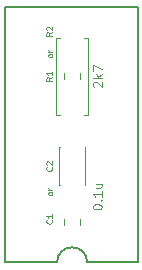
<source format=gbr>
G04 #@! TF.GenerationSoftware,KiCad,Pcbnew,(5.1.2)-1*
G04 #@! TF.CreationDate,2019-10-01T23:09:42-06:00*
G04 #@! TF.ProjectId,signalinkUniversalJumperModule,7369676e-616c-4696-9e6b-556e69766572,rev?*
G04 #@! TF.SameCoordinates,Original*
G04 #@! TF.FileFunction,Legend,Top*
G04 #@! TF.FilePolarity,Positive*
%FSLAX46Y46*%
G04 Gerber Fmt 4.6, Leading zero omitted, Abs format (unit mm)*
G04 Created by KiCad (PCBNEW (5.1.2)-1) date 2019-10-01 23:09:42*
%MOMM*%
%LPD*%
G04 APERTURE LIST*
%ADD10C,0.076200*%
%ADD11C,0.200000*%
%ADD12C,0.120000*%
G04 APERTURE END LIST*
D10*
X27534809Y-39182523D02*
X27510619Y-39230904D01*
X27486428Y-39255095D01*
X27438047Y-39279285D01*
X27292904Y-39279285D01*
X27244523Y-39255095D01*
X27220333Y-39230904D01*
X27196142Y-39182523D01*
X27196142Y-39109952D01*
X27220333Y-39061571D01*
X27244523Y-39037380D01*
X27292904Y-39013190D01*
X27438047Y-39013190D01*
X27486428Y-39037380D01*
X27510619Y-39061571D01*
X27534809Y-39109952D01*
X27534809Y-39182523D01*
X27534809Y-38795476D02*
X27196142Y-38795476D01*
X27292904Y-38795476D02*
X27244523Y-38771285D01*
X27220333Y-38747095D01*
X27196142Y-38698714D01*
X27196142Y-38650333D01*
X27534809Y-27498523D02*
X27510619Y-27546904D01*
X27486428Y-27571095D01*
X27438047Y-27595285D01*
X27292904Y-27595285D01*
X27244523Y-27571095D01*
X27220333Y-27546904D01*
X27196142Y-27498523D01*
X27196142Y-27425952D01*
X27220333Y-27377571D01*
X27244523Y-27353380D01*
X27292904Y-27329190D01*
X27438047Y-27329190D01*
X27486428Y-27353380D01*
X27510619Y-27377571D01*
X27534809Y-27425952D01*
X27534809Y-27498523D01*
X27534809Y-27111476D02*
X27196142Y-27111476D01*
X27292904Y-27111476D02*
X27244523Y-27087285D01*
X27220333Y-27063095D01*
X27196142Y-27014714D01*
X27196142Y-26966333D01*
D11*
X27940000Y-44958000D02*
G75*
G02X30480000Y-44958000I1270000J0D01*
G01*
X34798000Y-44958000D02*
X30480000Y-44958000D01*
X34798000Y-23368000D02*
X34798000Y-44958000D01*
X23495000Y-23368000D02*
X34798000Y-23368000D01*
X23495000Y-44958000D02*
X27940000Y-44958000D01*
X23495000Y-23368000D02*
X23495000Y-44958000D01*
D12*
X29920000Y-29471252D02*
X29920000Y-28948748D01*
X28500000Y-29471252D02*
X28500000Y-28948748D01*
X28500000Y-41253748D02*
X28500000Y-41776252D01*
X29920000Y-41253748D02*
X29920000Y-41776252D01*
X28155000Y-38430000D02*
X28090000Y-38430000D01*
X30330000Y-38430000D02*
X30265000Y-38430000D01*
X28155000Y-35190000D02*
X28090000Y-35190000D01*
X30330000Y-35190000D02*
X30265000Y-35190000D01*
X28090000Y-35190000D02*
X28090000Y-38430000D01*
X30330000Y-35190000D02*
X30330000Y-38430000D01*
X30580000Y-25940000D02*
X30250000Y-25940000D01*
X30580000Y-32480000D02*
X30580000Y-25940000D01*
X30250000Y-32480000D02*
X30580000Y-32480000D01*
X27840000Y-25940000D02*
X28170000Y-25940000D01*
X27840000Y-32480000D02*
X27840000Y-25940000D01*
X28170000Y-32480000D02*
X27840000Y-32480000D01*
D10*
X27534809Y-29294666D02*
X27292904Y-29464000D01*
X27534809Y-29584952D02*
X27026809Y-29584952D01*
X27026809Y-29391428D01*
X27051000Y-29343047D01*
X27075190Y-29318857D01*
X27123571Y-29294666D01*
X27196142Y-29294666D01*
X27244523Y-29318857D01*
X27268714Y-29343047D01*
X27292904Y-29391428D01*
X27292904Y-29584952D01*
X27534809Y-28810857D02*
X27534809Y-29101142D01*
X27534809Y-28956000D02*
X27026809Y-28956000D01*
X27099380Y-29004380D01*
X27147761Y-29052761D01*
X27171952Y-29101142D01*
X31024285Y-30099000D02*
X30988000Y-30062714D01*
X30951714Y-29990142D01*
X30951714Y-29808714D01*
X30988000Y-29736142D01*
X31024285Y-29699857D01*
X31096857Y-29663571D01*
X31169428Y-29663571D01*
X31278285Y-29699857D01*
X31713714Y-30135285D01*
X31713714Y-29663571D01*
X31713714Y-29337000D02*
X30951714Y-29337000D01*
X31423428Y-29264428D02*
X31713714Y-29046714D01*
X31205714Y-29046714D02*
X31496000Y-29337000D01*
X30951714Y-28792714D02*
X30951714Y-28284714D01*
X31713714Y-28611285D01*
X27486428Y-41359666D02*
X27510619Y-41383857D01*
X27534809Y-41456428D01*
X27534809Y-41504809D01*
X27510619Y-41577380D01*
X27462238Y-41625761D01*
X27413857Y-41649952D01*
X27317095Y-41674142D01*
X27244523Y-41674142D01*
X27147761Y-41649952D01*
X27099380Y-41625761D01*
X27051000Y-41577380D01*
X27026809Y-41504809D01*
X27026809Y-41456428D01*
X27051000Y-41383857D01*
X27075190Y-41359666D01*
X27534809Y-40875857D02*
X27534809Y-41166142D01*
X27534809Y-41021000D02*
X27026809Y-41021000D01*
X27099380Y-41069380D01*
X27147761Y-41117761D01*
X27171952Y-41166142D01*
X30951714Y-40295285D02*
X30951714Y-40222714D01*
X30988000Y-40150142D01*
X31024285Y-40113857D01*
X31096857Y-40077571D01*
X31242000Y-40041285D01*
X31423428Y-40041285D01*
X31568571Y-40077571D01*
X31641142Y-40113857D01*
X31677428Y-40150142D01*
X31713714Y-40222714D01*
X31713714Y-40295285D01*
X31677428Y-40367857D01*
X31641142Y-40404142D01*
X31568571Y-40440428D01*
X31423428Y-40476714D01*
X31242000Y-40476714D01*
X31096857Y-40440428D01*
X31024285Y-40404142D01*
X30988000Y-40367857D01*
X30951714Y-40295285D01*
X31641142Y-39714714D02*
X31677428Y-39678428D01*
X31713714Y-39714714D01*
X31677428Y-39751000D01*
X31641142Y-39714714D01*
X31713714Y-39714714D01*
X31713714Y-38952714D02*
X31713714Y-39388142D01*
X31713714Y-39170428D02*
X30951714Y-39170428D01*
X31060571Y-39243000D01*
X31133142Y-39315571D01*
X31169428Y-39388142D01*
X31205714Y-38299571D02*
X31713714Y-38299571D01*
X31205714Y-38626142D02*
X31604857Y-38626142D01*
X31677428Y-38589857D01*
X31713714Y-38517285D01*
X31713714Y-38408428D01*
X31677428Y-38335857D01*
X31641142Y-38299571D01*
X27486428Y-36894666D02*
X27510619Y-36918857D01*
X27534809Y-36991428D01*
X27534809Y-37039809D01*
X27510619Y-37112380D01*
X27462238Y-37160761D01*
X27413857Y-37184952D01*
X27317095Y-37209142D01*
X27244523Y-37209142D01*
X27147761Y-37184952D01*
X27099380Y-37160761D01*
X27051000Y-37112380D01*
X27026809Y-37039809D01*
X27026809Y-36991428D01*
X27051000Y-36918857D01*
X27075190Y-36894666D01*
X27075190Y-36701142D02*
X27051000Y-36676952D01*
X27026809Y-36628571D01*
X27026809Y-36507619D01*
X27051000Y-36459238D01*
X27075190Y-36435047D01*
X27123571Y-36410857D01*
X27171952Y-36410857D01*
X27244523Y-36435047D01*
X27534809Y-36725333D01*
X27534809Y-36410857D01*
X27534809Y-25484666D02*
X27292904Y-25654000D01*
X27534809Y-25774952D02*
X27026809Y-25774952D01*
X27026809Y-25581428D01*
X27051000Y-25533047D01*
X27075190Y-25508857D01*
X27123571Y-25484666D01*
X27196142Y-25484666D01*
X27244523Y-25508857D01*
X27268714Y-25533047D01*
X27292904Y-25581428D01*
X27292904Y-25774952D01*
X27075190Y-25291142D02*
X27051000Y-25266952D01*
X27026809Y-25218571D01*
X27026809Y-25097619D01*
X27051000Y-25049238D01*
X27075190Y-25025047D01*
X27123571Y-25000857D01*
X27171952Y-25000857D01*
X27244523Y-25025047D01*
X27534809Y-25315333D01*
X27534809Y-25000857D01*
M02*

</source>
